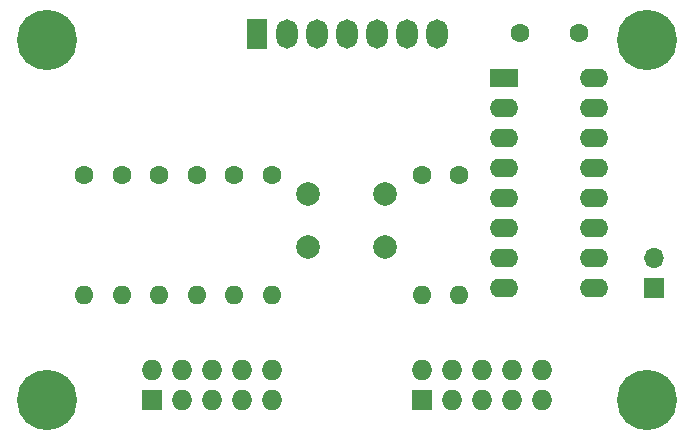
<source format=gts>
G04 #@! TF.GenerationSoftware,KiCad,Pcbnew,(5.1.8)-1*
G04 #@! TF.CreationDate,2022-02-20T21:38:46+01:00*
G04 #@! TF.ProjectId,NES,4e45532e-6b69-4636-9164-5f7063625858,rev?*
G04 #@! TF.SameCoordinates,Original*
G04 #@! TF.FileFunction,Soldermask,Top*
G04 #@! TF.FilePolarity,Negative*
%FSLAX46Y46*%
G04 Gerber Fmt 4.6, Leading zero omitted, Abs format (unit mm)*
G04 Created by KiCad (PCBNEW (5.1.8)-1) date 2022-02-20 21:38:46*
%MOMM*%
%LPD*%
G01*
G04 APERTURE LIST*
%ADD10O,1.727200X1.727200*%
%ADD11R,1.727200X1.727200*%
%ADD12C,1.600000*%
%ADD13C,2.000000*%
%ADD14C,5.100000*%
%ADD15R,1.700000X1.700000*%
%ADD16O,1.700000X1.700000*%
%ADD17O,1.600000X1.600000*%
%ADD18R,2.400000X1.600000*%
%ADD19O,2.400000X1.600000*%
%ADD20R,1.800000X2.500000*%
%ADD21O,1.800000X2.500000*%
G04 APERTURE END LIST*
D10*
X160655000Y-105410000D03*
X158115000Y-105410000D03*
X155575000Y-105410000D03*
X153035000Y-105410000D03*
X150495000Y-105410000D03*
X160655000Y-107950000D03*
X158115000Y-107950000D03*
X155575000Y-107950000D03*
X153035000Y-107950000D03*
D11*
X150495000Y-107950000D03*
D12*
X163830000Y-76835000D03*
X158830000Y-76835000D03*
D11*
X127635000Y-107950000D03*
D10*
X130175000Y-107950000D03*
X132715000Y-107950000D03*
X135255000Y-107950000D03*
X137795000Y-107950000D03*
X127635000Y-105410000D03*
X130175000Y-105410000D03*
X132715000Y-105410000D03*
X135255000Y-105410000D03*
X137795000Y-105410000D03*
D13*
X140895000Y-94960000D03*
X140895000Y-90460000D03*
X147395000Y-94960000D03*
X147395000Y-90460000D03*
D14*
X118745000Y-107950000D03*
X169545000Y-107950000D03*
X169545000Y-77470000D03*
X118745000Y-77455001D03*
D15*
X170180000Y-98425000D03*
D16*
X170180000Y-95885000D03*
D17*
X134620000Y-99060000D03*
D12*
X134620000Y-88900000D03*
X150495000Y-88900000D03*
D17*
X150495000Y-99060000D03*
X137795000Y-99060000D03*
D12*
X137795000Y-88900000D03*
X153670000Y-88900000D03*
D17*
X153670000Y-99060000D03*
X128270000Y-99060000D03*
D12*
X128270000Y-88900000D03*
X125095000Y-88900000D03*
D17*
X125095000Y-99060000D03*
X131445000Y-99060000D03*
D12*
X131445000Y-88900000D03*
X121920000Y-88900000D03*
D17*
X121920000Y-99060000D03*
D18*
X157480000Y-80645000D03*
D19*
X165100000Y-98425000D03*
X157480000Y-83185000D03*
X165100000Y-95885000D03*
X157480000Y-85725000D03*
X165100000Y-93345000D03*
X157480000Y-88265000D03*
X165100000Y-90805000D03*
X157480000Y-90805000D03*
X165100000Y-88265000D03*
X157480000Y-93345000D03*
X165100000Y-85725000D03*
X157480000Y-95885000D03*
X165100000Y-83185000D03*
X157480000Y-98425000D03*
X165100000Y-80645000D03*
D20*
X136525000Y-76962000D03*
D21*
X139065000Y-76962000D03*
X141605000Y-76962000D03*
X144145000Y-76962000D03*
X146685000Y-76962000D03*
X149225000Y-76962000D03*
X151765000Y-76962000D03*
M02*

</source>
